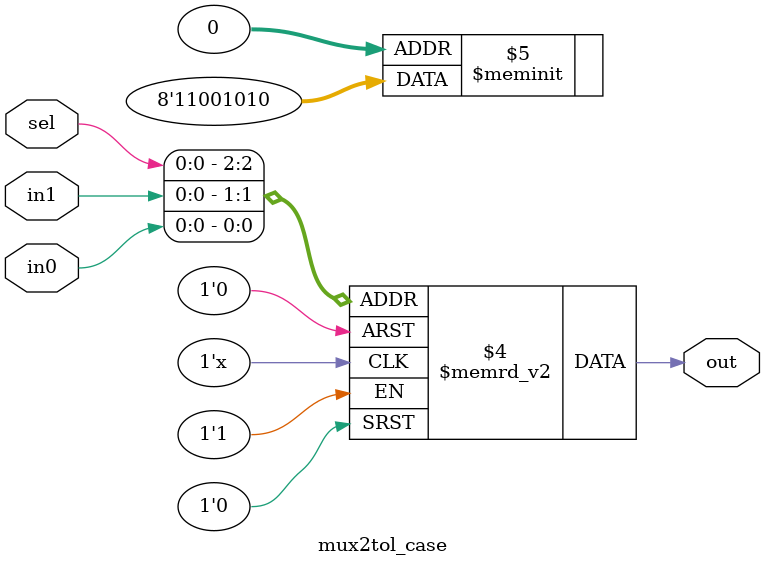
<source format=v>

module mux2to1_cond(   out,
                       in0,
                       in1, 
                       sel);
                       
output          out            ;
input           in0            ; 
input           in1            ; 
input           sel            ;

assign out = (sel)? in1 : in0  ;

endmodule


module mux2to1_if  (   out,
                       in0,
                       in1,
                       sel);
                       
output          out            ;
input           in0            ; 
input           in1            ; 
input           sel            ;

reg             out            ;

always @(in0,in1,sel) begin
    if(sel == 1'b0) begin
        out = in0   ;
    end else begin
        out = in1   ;
    end
end

endmodule

module mux2tol_case (   out,
                        in0,
                        in1,
                        sel);
                        
output          out            ;
input           in0            ; 
input           in1            ; 
input           sel            ;

reg             out            ;

always @(sel,in1,in0) begin
    case( {sel,in1,in0} )
           3'b000 : {out} = 1'b0 ;
           3'b001 : {out} = 1'b1 ;
           3'b010 : {out} = 1'b0 ;
           3'b011 : {out} = 1'b1 ;
           3'b100 : {out} = 1'b0 ;
           3'b101 : {out} = 1'b0 ;
           3'b110 : {out} = 1'b1 ;
           3'b111 : {out} = 1'b1 ;
    endcase
end
endmodule
</source>
